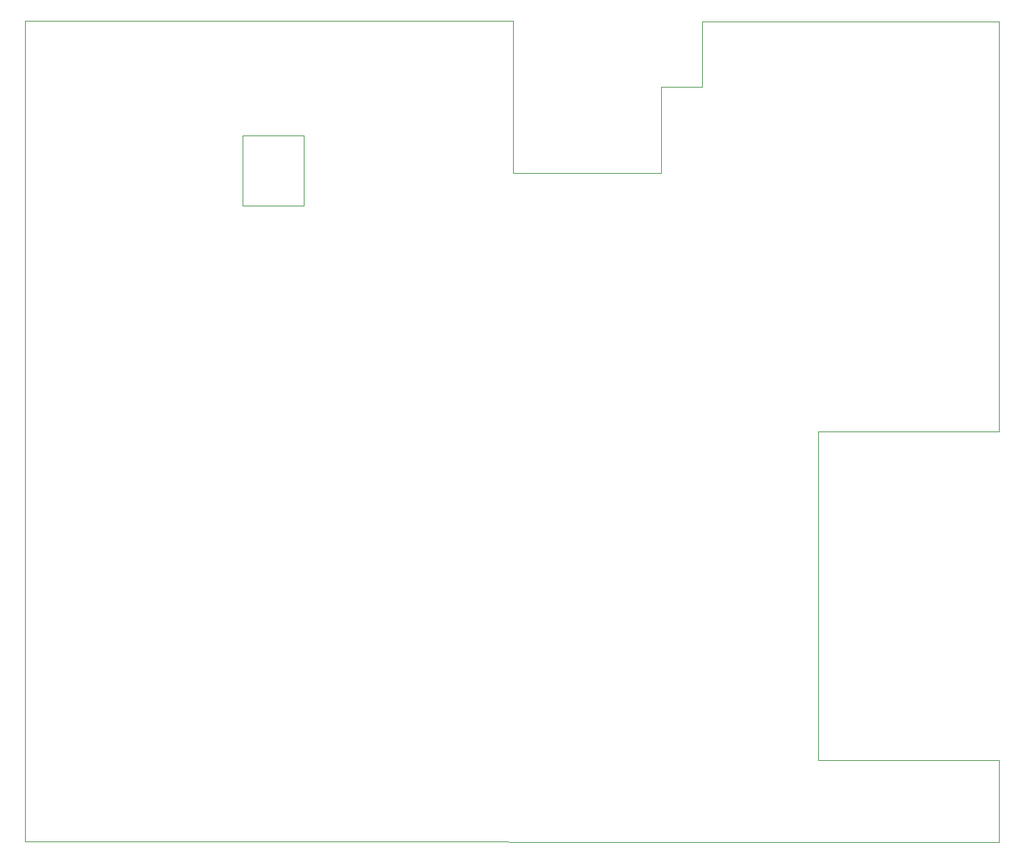
<source format=gbr>
%TF.GenerationSoftware,KiCad,Pcbnew,(5.99.0-9568-gb9d26a55f2)*%
%TF.CreationDate,2021-03-23T11:57:40+01:00*%
%TF.ProjectId,PowerBoard 1,506f7765-7242-46f6-9172-6420312e6b69,rev?*%
%TF.SameCoordinates,Original*%
%TF.FileFunction,Profile,NP*%
%FSLAX46Y46*%
G04 Gerber Fmt 4.6, Leading zero omitted, Abs format (unit mm)*
G04 Created by KiCad (PCBNEW (5.99.0-9568-gb9d26a55f2)) date 2021-03-23 11:57:40*
%MOMM*%
%LPD*%
G01*
G04 APERTURE LIST*
%TA.AperFunction,Profile*%
%ADD10C,0.100000*%
%TD*%
G04 APERTURE END LIST*
D10*
X152650000Y-65550000D02*
X174650000Y-65550000D01*
X174650000Y-105550000D02*
X152650000Y-105550000D01*
X82500000Y-29500000D02*
X90000000Y-29500000D01*
X90000000Y-29500000D02*
X90000000Y-38000000D01*
X90000000Y-38000000D02*
X82500000Y-38000000D01*
X82500000Y-38000000D02*
X82500000Y-29500000D01*
X174650000Y-15550000D02*
X138500000Y-15550000D01*
X174650000Y-115550000D02*
X174650000Y-105550000D01*
X115500000Y-15500000D02*
X56000000Y-15500000D01*
X152650000Y-105550000D02*
X152650000Y-65550000D01*
X174650000Y-115550000D02*
X56000000Y-115500000D01*
X133500000Y-34000000D02*
X133500000Y-23500000D01*
X115500000Y-34000000D02*
X133500000Y-34000000D01*
X133500000Y-23500000D02*
X138500000Y-23500000D01*
X115500000Y-15500000D02*
X115500000Y-34000000D01*
X174650000Y-65550000D02*
X174650000Y-15550000D01*
X56000000Y-115500000D02*
X56000000Y-15500000D01*
X138500000Y-23500000D02*
X138500000Y-15550000D01*
M02*

</source>
